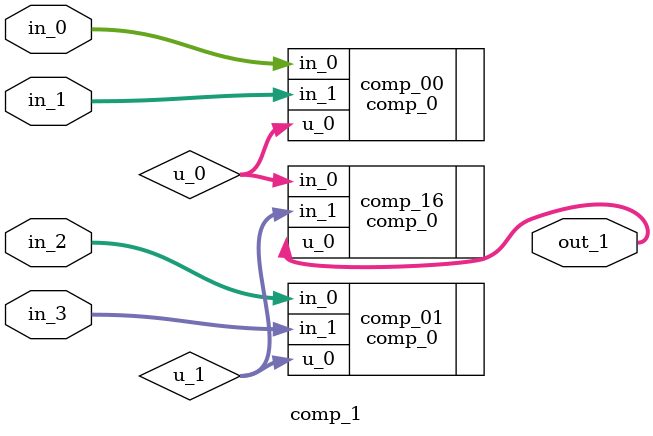
<source format=sv>
module comp_1 (
    input logic [10:0] in_0,
    input logic [10:0] in_1,
    input logic [10:0] in_2,
    input logic [10:0] in_3,    
    output logic [10:0] out_1);

    logic [10:0] u_0;
    logic [10:0] u_1;
    
    comp_0 comp_00(.in_0(in_0),.in_1(in_1),.u_0(u_0));
    comp_0 comp_01(.in_0(in_2),.in_1(in_3),.u_0(u_1));
    
    comp_0 comp_16(.in_0(u_0),.in_1(u_1),.u_0(out_1));
    
endmodule

</source>
